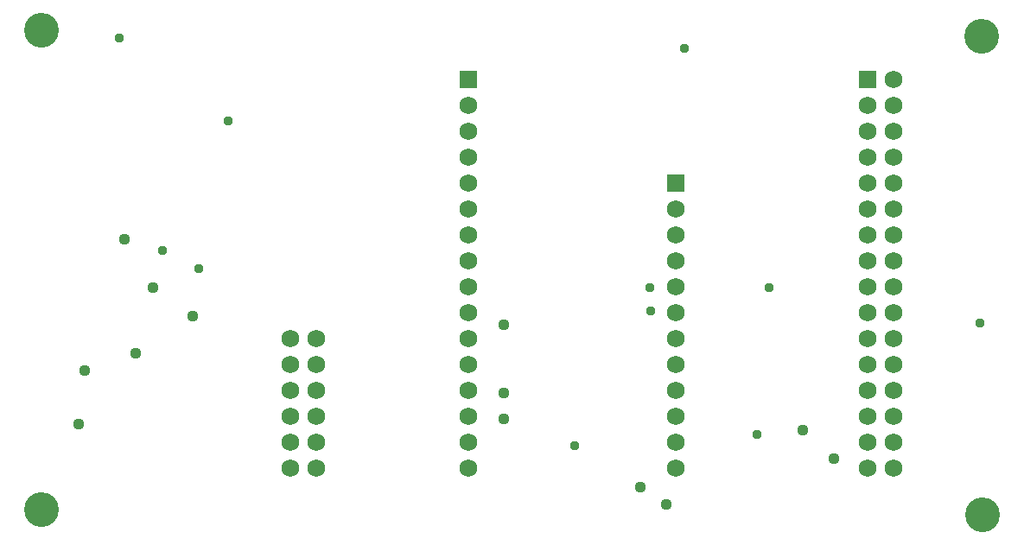
<source format=gbr>
G04 EAGLE Gerber RS-274X export*
G75*
%MOMM*%
%FSLAX34Y34*%
%LPD*%
%INSoldermask Bottom*%
%IPPOS*%
%AMOC8*
5,1,8,0,0,1.08239X$1,22.5*%
G01*
%ADD10C,3.403200*%
%ADD11R,1.733200X1.733200*%
%ADD12C,1.733200*%
%ADD13C,0.959600*%
%ADD14C,1.117600*%


D10*
X25400Y800100D03*
X946150Y793750D03*
X25400Y330200D03*
X947420Y325120D03*
D11*
X646430Y650240D03*
D12*
X646430Y624840D03*
X646430Y599440D03*
X646430Y574040D03*
X646430Y548640D03*
X646430Y523240D03*
X646430Y497840D03*
X646430Y472440D03*
X646430Y447040D03*
X646430Y421640D03*
X646430Y396240D03*
X646430Y370840D03*
D11*
X443230Y751840D03*
D12*
X443230Y726440D03*
X443230Y701040D03*
X443230Y675640D03*
X443230Y650240D03*
X443230Y624840D03*
X443230Y599440D03*
X443230Y574040D03*
X443230Y548640D03*
X443230Y523240D03*
X443230Y497840D03*
X443230Y472440D03*
X443230Y447040D03*
X443230Y421640D03*
X443230Y396240D03*
X443230Y370840D03*
X269240Y497840D03*
X294640Y497840D03*
X269240Y472440D03*
X294640Y472440D03*
X269240Y447040D03*
X294640Y447040D03*
X269240Y421640D03*
X294640Y421640D03*
X269240Y396240D03*
X294640Y396240D03*
X269240Y370840D03*
X294640Y370840D03*
D11*
X834390Y751840D03*
D12*
X859790Y751840D03*
X834390Y726440D03*
X859790Y726440D03*
X834390Y701040D03*
X859790Y701040D03*
X834390Y675640D03*
X859790Y675640D03*
X834390Y650240D03*
X859790Y650240D03*
X834390Y624840D03*
X859790Y624840D03*
X834390Y599440D03*
X859790Y599440D03*
X834390Y574040D03*
X859790Y574040D03*
X834390Y548640D03*
X859790Y548640D03*
X834390Y523240D03*
X859790Y523240D03*
X834390Y497840D03*
X859790Y497840D03*
X834390Y472440D03*
X859790Y472440D03*
X834390Y447040D03*
X859790Y447040D03*
X834390Y421640D03*
X859790Y421640D03*
X834390Y396240D03*
X859790Y396240D03*
X834390Y370840D03*
X859790Y370840D03*
D13*
X101600Y792480D03*
X208280Y711200D03*
X655320Y782320D03*
X944880Y513080D03*
X179070Y566420D03*
X143510Y584200D03*
X547370Y392430D03*
X622300Y524510D03*
X621030Y547370D03*
X726440Y403860D03*
X737870Y547370D03*
D14*
X67056Y466598D03*
X173228Y519684D03*
X477774Y444246D03*
X611886Y352044D03*
X771144Y407924D03*
X637032Y335280D03*
X106172Y595122D03*
X117348Y483362D03*
X134112Y547624D03*
X61468Y413512D03*
X477774Y511302D03*
X801878Y379984D03*
X477774Y419100D03*
M02*

</source>
